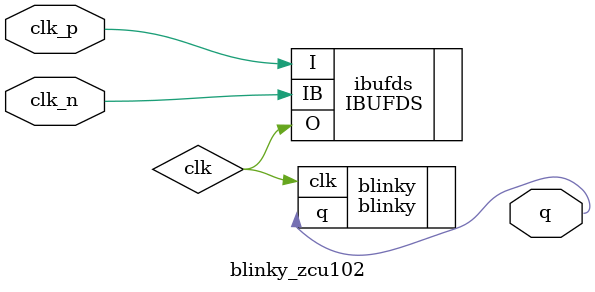
<source format=v>


// Permission is hereby granted, free of charge, to any person obtaining a copy
// of this software and associated documentation files (the "Software"), to deal
// in the Software without restriction, including without limitation the rights
// to use, copy, modify, merge, publish, distribute, sublicense, and/or sell
// copies of the Software, and to permit persons to whom the Software is
// furnished to do so, subject to the following conditions:

// The above copyright notice and this permission notice shall be included in all
// copies or substantial portions of the Software.

// THE SOFTWARE IS PROVIDED "AS IS", WITHOUT WARRANTY OF ANY KIND, EXPRESS OR
// IMPLIED, INCLUDING BUT NOT LIMITED TO THE WARRANTIES OF MERCHANTABILITY,
// FITNESS FOR A PARTICULAR PURPOSE AND NONINFRINGEMENT. IN NO EVENT SHALL THE
// AUTHORS OR COPYRIGHT HOLDERS BE LIABLE FOR ANY CLAIM, DAMAGES OR OTHER
// LIABILITY, WHETHER IN AN ACTION OF CONTRACT, TORT OR OTHERWISE, ARISING FROM,
// OUT OF OR IN CONNECTION WITH THE SOFTWARE OR THE USE OR OTHER DEALINGS IN THE
// SOFTWARE.

module blinky_zcu102
  (input wire  clk_p,
   input wire  clk_n,
   output wire q);

   wire        clk;

   IBUFDS ibufds
     (.I  (clk_p),
      .IB (clk_n),
      .O  (clk));

   blinky #(.clk_freq_hz (125_000_000)) blinky
     (.clk (clk),
      .q   (q));

endmodule
</source>
